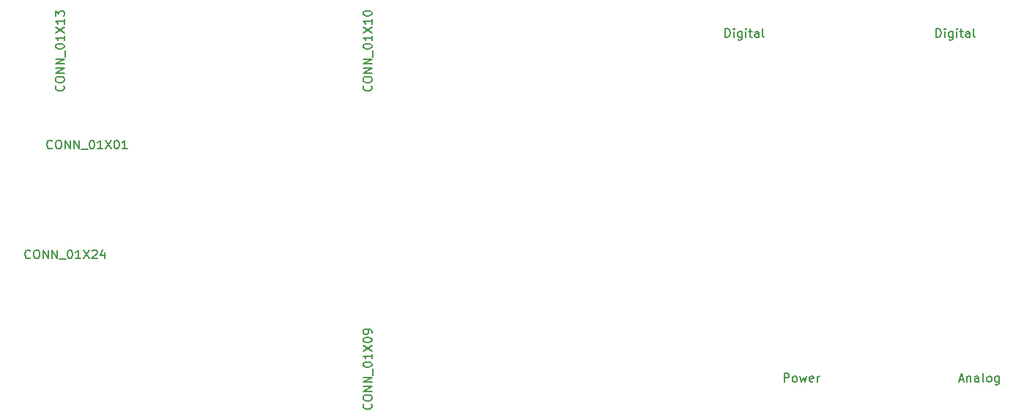
<source format=gbr>
G04 #@! TF.FileFunction,Other,Fab,Top*
%FSLAX46Y46*%
G04 Gerber Fmt 4.6, Leading zero omitted, Abs format (unit mm)*
G04 Created by KiCad (PCBNEW 4.0.4-stable) date 12/01/16 15:34:27*
%MOMM*%
%LPD*%
G01*
G04 APERTURE LIST*
%ADD10C,0.100000*%
%ADD11C,0.150000*%
G04 APERTURE END LIST*
D10*
D11*
X140771809Y-120213381D02*
X140771809Y-119213381D01*
X141152762Y-119213381D01*
X141248000Y-119261000D01*
X141295619Y-119308619D01*
X141343238Y-119403857D01*
X141343238Y-119546714D01*
X141295619Y-119641952D01*
X141248000Y-119689571D01*
X141152762Y-119737190D01*
X140771809Y-119737190D01*
X141914666Y-120213381D02*
X141819428Y-120165762D01*
X141771809Y-120118143D01*
X141724190Y-120022905D01*
X141724190Y-119737190D01*
X141771809Y-119641952D01*
X141819428Y-119594333D01*
X141914666Y-119546714D01*
X142057524Y-119546714D01*
X142152762Y-119594333D01*
X142200381Y-119641952D01*
X142248000Y-119737190D01*
X142248000Y-120022905D01*
X142200381Y-120118143D01*
X142152762Y-120165762D01*
X142057524Y-120213381D01*
X141914666Y-120213381D01*
X142581333Y-119546714D02*
X142771809Y-120213381D01*
X142962286Y-119737190D01*
X143152762Y-120213381D01*
X143343238Y-119546714D01*
X144105143Y-120165762D02*
X144009905Y-120213381D01*
X143819428Y-120213381D01*
X143724190Y-120165762D01*
X143676571Y-120070524D01*
X143676571Y-119689571D01*
X143724190Y-119594333D01*
X143819428Y-119546714D01*
X144009905Y-119546714D01*
X144105143Y-119594333D01*
X144152762Y-119689571D01*
X144152762Y-119784810D01*
X143676571Y-119880048D01*
X144581333Y-120213381D02*
X144581333Y-119546714D01*
X144581333Y-119737190D02*
X144628952Y-119641952D01*
X144676571Y-119594333D01*
X144771809Y-119546714D01*
X144867048Y-119546714D01*
X161012476Y-119927667D02*
X161488667Y-119927667D01*
X160917238Y-120213381D02*
X161250571Y-119213381D01*
X161583905Y-120213381D01*
X161917238Y-119546714D02*
X161917238Y-120213381D01*
X161917238Y-119641952D02*
X161964857Y-119594333D01*
X162060095Y-119546714D01*
X162202953Y-119546714D01*
X162298191Y-119594333D01*
X162345810Y-119689571D01*
X162345810Y-120213381D01*
X163250572Y-120213381D02*
X163250572Y-119689571D01*
X163202953Y-119594333D01*
X163107715Y-119546714D01*
X162917238Y-119546714D01*
X162822000Y-119594333D01*
X163250572Y-120165762D02*
X163155334Y-120213381D01*
X162917238Y-120213381D01*
X162822000Y-120165762D01*
X162774381Y-120070524D01*
X162774381Y-119975286D01*
X162822000Y-119880048D01*
X162917238Y-119832429D01*
X163155334Y-119832429D01*
X163250572Y-119784810D01*
X163869619Y-120213381D02*
X163774381Y-120165762D01*
X163726762Y-120070524D01*
X163726762Y-119213381D01*
X164393429Y-120213381D02*
X164298191Y-120165762D01*
X164250572Y-120118143D01*
X164202953Y-120022905D01*
X164202953Y-119737190D01*
X164250572Y-119641952D01*
X164298191Y-119594333D01*
X164393429Y-119546714D01*
X164536287Y-119546714D01*
X164631525Y-119594333D01*
X164679144Y-119641952D01*
X164726763Y-119737190D01*
X164726763Y-120022905D01*
X164679144Y-120118143D01*
X164631525Y-120165762D01*
X164536287Y-120213381D01*
X164393429Y-120213381D01*
X165583906Y-119546714D02*
X165583906Y-120356238D01*
X165536287Y-120451476D01*
X165488668Y-120499095D01*
X165393429Y-120546714D01*
X165250572Y-120546714D01*
X165155334Y-120499095D01*
X165583906Y-120165762D02*
X165488668Y-120213381D01*
X165298191Y-120213381D01*
X165202953Y-120165762D01*
X165155334Y-120118143D01*
X165107715Y-120022905D01*
X165107715Y-119737190D01*
X165155334Y-119641952D01*
X165202953Y-119594333D01*
X165298191Y-119546714D01*
X165488668Y-119546714D01*
X165583906Y-119594333D01*
X133953524Y-80335381D02*
X133953524Y-79335381D01*
X134191619Y-79335381D01*
X134334477Y-79383000D01*
X134429715Y-79478238D01*
X134477334Y-79573476D01*
X134524953Y-79763952D01*
X134524953Y-79906810D01*
X134477334Y-80097286D01*
X134429715Y-80192524D01*
X134334477Y-80287762D01*
X134191619Y-80335381D01*
X133953524Y-80335381D01*
X134953524Y-80335381D02*
X134953524Y-79668714D01*
X134953524Y-79335381D02*
X134905905Y-79383000D01*
X134953524Y-79430619D01*
X135001143Y-79383000D01*
X134953524Y-79335381D01*
X134953524Y-79430619D01*
X135858286Y-79668714D02*
X135858286Y-80478238D01*
X135810667Y-80573476D01*
X135763048Y-80621095D01*
X135667809Y-80668714D01*
X135524952Y-80668714D01*
X135429714Y-80621095D01*
X135858286Y-80287762D02*
X135763048Y-80335381D01*
X135572571Y-80335381D01*
X135477333Y-80287762D01*
X135429714Y-80240143D01*
X135382095Y-80144905D01*
X135382095Y-79859190D01*
X135429714Y-79763952D01*
X135477333Y-79716333D01*
X135572571Y-79668714D01*
X135763048Y-79668714D01*
X135858286Y-79716333D01*
X136334476Y-80335381D02*
X136334476Y-79668714D01*
X136334476Y-79335381D02*
X136286857Y-79383000D01*
X136334476Y-79430619D01*
X136382095Y-79383000D01*
X136334476Y-79335381D01*
X136334476Y-79430619D01*
X136667809Y-79668714D02*
X137048761Y-79668714D01*
X136810666Y-79335381D02*
X136810666Y-80192524D01*
X136858285Y-80287762D01*
X136953523Y-80335381D01*
X137048761Y-80335381D01*
X137810667Y-80335381D02*
X137810667Y-79811571D01*
X137763048Y-79716333D01*
X137667810Y-79668714D01*
X137477333Y-79668714D01*
X137382095Y-79716333D01*
X137810667Y-80287762D02*
X137715429Y-80335381D01*
X137477333Y-80335381D01*
X137382095Y-80287762D01*
X137334476Y-80192524D01*
X137334476Y-80097286D01*
X137382095Y-80002048D01*
X137477333Y-79954429D01*
X137715429Y-79954429D01*
X137810667Y-79906810D01*
X138429714Y-80335381D02*
X138334476Y-80287762D01*
X138286857Y-80192524D01*
X138286857Y-79335381D01*
X158337524Y-80335381D02*
X158337524Y-79335381D01*
X158575619Y-79335381D01*
X158718477Y-79383000D01*
X158813715Y-79478238D01*
X158861334Y-79573476D01*
X158908953Y-79763952D01*
X158908953Y-79906810D01*
X158861334Y-80097286D01*
X158813715Y-80192524D01*
X158718477Y-80287762D01*
X158575619Y-80335381D01*
X158337524Y-80335381D01*
X159337524Y-80335381D02*
X159337524Y-79668714D01*
X159337524Y-79335381D02*
X159289905Y-79383000D01*
X159337524Y-79430619D01*
X159385143Y-79383000D01*
X159337524Y-79335381D01*
X159337524Y-79430619D01*
X160242286Y-79668714D02*
X160242286Y-80478238D01*
X160194667Y-80573476D01*
X160147048Y-80621095D01*
X160051809Y-80668714D01*
X159908952Y-80668714D01*
X159813714Y-80621095D01*
X160242286Y-80287762D02*
X160147048Y-80335381D01*
X159956571Y-80335381D01*
X159861333Y-80287762D01*
X159813714Y-80240143D01*
X159766095Y-80144905D01*
X159766095Y-79859190D01*
X159813714Y-79763952D01*
X159861333Y-79716333D01*
X159956571Y-79668714D01*
X160147048Y-79668714D01*
X160242286Y-79716333D01*
X160718476Y-80335381D02*
X160718476Y-79668714D01*
X160718476Y-79335381D02*
X160670857Y-79383000D01*
X160718476Y-79430619D01*
X160766095Y-79383000D01*
X160718476Y-79335381D01*
X160718476Y-79430619D01*
X161051809Y-79668714D02*
X161432761Y-79668714D01*
X161194666Y-79335381D02*
X161194666Y-80192524D01*
X161242285Y-80287762D01*
X161337523Y-80335381D01*
X161432761Y-80335381D01*
X162194667Y-80335381D02*
X162194667Y-79811571D01*
X162147048Y-79716333D01*
X162051810Y-79668714D01*
X161861333Y-79668714D01*
X161766095Y-79716333D01*
X162194667Y-80287762D02*
X162099429Y-80335381D01*
X161861333Y-80335381D01*
X161766095Y-80287762D01*
X161718476Y-80192524D01*
X161718476Y-80097286D01*
X161766095Y-80002048D01*
X161861333Y-79954429D01*
X162099429Y-79954429D01*
X162194667Y-79906810D01*
X162813714Y-80335381D02*
X162718476Y-80287762D01*
X162670857Y-80192524D01*
X162670857Y-79335381D01*
X93015143Y-122768809D02*
X93062762Y-122816428D01*
X93110381Y-122959285D01*
X93110381Y-123054523D01*
X93062762Y-123197381D01*
X92967524Y-123292619D01*
X92872286Y-123340238D01*
X92681810Y-123387857D01*
X92538952Y-123387857D01*
X92348476Y-123340238D01*
X92253238Y-123292619D01*
X92158000Y-123197381D01*
X92110381Y-123054523D01*
X92110381Y-122959285D01*
X92158000Y-122816428D01*
X92205619Y-122768809D01*
X92110381Y-122149762D02*
X92110381Y-121959285D01*
X92158000Y-121864047D01*
X92253238Y-121768809D01*
X92443714Y-121721190D01*
X92777048Y-121721190D01*
X92967524Y-121768809D01*
X93062762Y-121864047D01*
X93110381Y-121959285D01*
X93110381Y-122149762D01*
X93062762Y-122245000D01*
X92967524Y-122340238D01*
X92777048Y-122387857D01*
X92443714Y-122387857D01*
X92253238Y-122340238D01*
X92158000Y-122245000D01*
X92110381Y-122149762D01*
X93110381Y-121292619D02*
X92110381Y-121292619D01*
X93110381Y-120721190D01*
X92110381Y-120721190D01*
X93110381Y-120245000D02*
X92110381Y-120245000D01*
X93110381Y-119673571D01*
X92110381Y-119673571D01*
X93205619Y-119435476D02*
X93205619Y-118673571D01*
X92110381Y-118245000D02*
X92110381Y-118149761D01*
X92158000Y-118054523D01*
X92205619Y-118006904D01*
X92300857Y-117959285D01*
X92491333Y-117911666D01*
X92729429Y-117911666D01*
X92919905Y-117959285D01*
X93015143Y-118006904D01*
X93062762Y-118054523D01*
X93110381Y-118149761D01*
X93110381Y-118245000D01*
X93062762Y-118340238D01*
X93015143Y-118387857D01*
X92919905Y-118435476D01*
X92729429Y-118483095D01*
X92491333Y-118483095D01*
X92300857Y-118435476D01*
X92205619Y-118387857D01*
X92158000Y-118340238D01*
X92110381Y-118245000D01*
X93110381Y-116959285D02*
X93110381Y-117530714D01*
X93110381Y-117245000D02*
X92110381Y-117245000D01*
X92253238Y-117340238D01*
X92348476Y-117435476D01*
X92396095Y-117530714D01*
X92110381Y-116625952D02*
X93110381Y-115959285D01*
X92110381Y-115959285D02*
X93110381Y-116625952D01*
X92110381Y-115387857D02*
X92110381Y-115292618D01*
X92158000Y-115197380D01*
X92205619Y-115149761D01*
X92300857Y-115102142D01*
X92491333Y-115054523D01*
X92729429Y-115054523D01*
X92919905Y-115102142D01*
X93015143Y-115149761D01*
X93062762Y-115197380D01*
X93110381Y-115292618D01*
X93110381Y-115387857D01*
X93062762Y-115483095D01*
X93015143Y-115530714D01*
X92919905Y-115578333D01*
X92729429Y-115625952D01*
X92491333Y-115625952D01*
X92300857Y-115578333D01*
X92205619Y-115530714D01*
X92158000Y-115483095D01*
X92110381Y-115387857D01*
X93110381Y-114578333D02*
X93110381Y-114387857D01*
X93062762Y-114292618D01*
X93015143Y-114244999D01*
X92872286Y-114149761D01*
X92681810Y-114102142D01*
X92300857Y-114102142D01*
X92205619Y-114149761D01*
X92158000Y-114197380D01*
X92110381Y-114292618D01*
X92110381Y-114483095D01*
X92158000Y-114578333D01*
X92205619Y-114625952D01*
X92300857Y-114673571D01*
X92538952Y-114673571D01*
X92634190Y-114625952D01*
X92681810Y-114578333D01*
X92729429Y-114483095D01*
X92729429Y-114292618D01*
X92681810Y-114197380D01*
X92634190Y-114149761D01*
X92538952Y-114102142D01*
X93015143Y-85938809D02*
X93062762Y-85986428D01*
X93110381Y-86129285D01*
X93110381Y-86224523D01*
X93062762Y-86367381D01*
X92967524Y-86462619D01*
X92872286Y-86510238D01*
X92681810Y-86557857D01*
X92538952Y-86557857D01*
X92348476Y-86510238D01*
X92253238Y-86462619D01*
X92158000Y-86367381D01*
X92110381Y-86224523D01*
X92110381Y-86129285D01*
X92158000Y-85986428D01*
X92205619Y-85938809D01*
X92110381Y-85319762D02*
X92110381Y-85129285D01*
X92158000Y-85034047D01*
X92253238Y-84938809D01*
X92443714Y-84891190D01*
X92777048Y-84891190D01*
X92967524Y-84938809D01*
X93062762Y-85034047D01*
X93110381Y-85129285D01*
X93110381Y-85319762D01*
X93062762Y-85415000D01*
X92967524Y-85510238D01*
X92777048Y-85557857D01*
X92443714Y-85557857D01*
X92253238Y-85510238D01*
X92158000Y-85415000D01*
X92110381Y-85319762D01*
X93110381Y-84462619D02*
X92110381Y-84462619D01*
X93110381Y-83891190D01*
X92110381Y-83891190D01*
X93110381Y-83415000D02*
X92110381Y-83415000D01*
X93110381Y-82843571D01*
X92110381Y-82843571D01*
X93205619Y-82605476D02*
X93205619Y-81843571D01*
X92110381Y-81415000D02*
X92110381Y-81319761D01*
X92158000Y-81224523D01*
X92205619Y-81176904D01*
X92300857Y-81129285D01*
X92491333Y-81081666D01*
X92729429Y-81081666D01*
X92919905Y-81129285D01*
X93015143Y-81176904D01*
X93062762Y-81224523D01*
X93110381Y-81319761D01*
X93110381Y-81415000D01*
X93062762Y-81510238D01*
X93015143Y-81557857D01*
X92919905Y-81605476D01*
X92729429Y-81653095D01*
X92491333Y-81653095D01*
X92300857Y-81605476D01*
X92205619Y-81557857D01*
X92158000Y-81510238D01*
X92110381Y-81415000D01*
X93110381Y-80129285D02*
X93110381Y-80700714D01*
X93110381Y-80415000D02*
X92110381Y-80415000D01*
X92253238Y-80510238D01*
X92348476Y-80605476D01*
X92396095Y-80700714D01*
X92110381Y-79795952D02*
X93110381Y-79129285D01*
X92110381Y-79129285D02*
X93110381Y-79795952D01*
X93110381Y-78224523D02*
X93110381Y-78795952D01*
X93110381Y-78510238D02*
X92110381Y-78510238D01*
X92253238Y-78605476D01*
X92348476Y-78700714D01*
X92396095Y-78795952D01*
X92110381Y-77605476D02*
X92110381Y-77510237D01*
X92158000Y-77414999D01*
X92205619Y-77367380D01*
X92300857Y-77319761D01*
X92491333Y-77272142D01*
X92729429Y-77272142D01*
X92919905Y-77319761D01*
X93015143Y-77367380D01*
X93062762Y-77414999D01*
X93110381Y-77510237D01*
X93110381Y-77605476D01*
X93062762Y-77700714D01*
X93015143Y-77748333D01*
X92919905Y-77795952D01*
X92729429Y-77843571D01*
X92491333Y-77843571D01*
X92300857Y-77795952D01*
X92205619Y-77748333D01*
X92158000Y-77700714D01*
X92110381Y-77605476D01*
X53634191Y-105842143D02*
X53586572Y-105889762D01*
X53443715Y-105937381D01*
X53348477Y-105937381D01*
X53205619Y-105889762D01*
X53110381Y-105794524D01*
X53062762Y-105699286D01*
X53015143Y-105508810D01*
X53015143Y-105365952D01*
X53062762Y-105175476D01*
X53110381Y-105080238D01*
X53205619Y-104985000D01*
X53348477Y-104937381D01*
X53443715Y-104937381D01*
X53586572Y-104985000D01*
X53634191Y-105032619D01*
X54253238Y-104937381D02*
X54443715Y-104937381D01*
X54538953Y-104985000D01*
X54634191Y-105080238D01*
X54681810Y-105270714D01*
X54681810Y-105604048D01*
X54634191Y-105794524D01*
X54538953Y-105889762D01*
X54443715Y-105937381D01*
X54253238Y-105937381D01*
X54158000Y-105889762D01*
X54062762Y-105794524D01*
X54015143Y-105604048D01*
X54015143Y-105270714D01*
X54062762Y-105080238D01*
X54158000Y-104985000D01*
X54253238Y-104937381D01*
X55110381Y-105937381D02*
X55110381Y-104937381D01*
X55681810Y-105937381D01*
X55681810Y-104937381D01*
X56158000Y-105937381D02*
X56158000Y-104937381D01*
X56729429Y-105937381D01*
X56729429Y-104937381D01*
X56967524Y-106032619D02*
X57729429Y-106032619D01*
X58158000Y-104937381D02*
X58253239Y-104937381D01*
X58348477Y-104985000D01*
X58396096Y-105032619D01*
X58443715Y-105127857D01*
X58491334Y-105318333D01*
X58491334Y-105556429D01*
X58443715Y-105746905D01*
X58396096Y-105842143D01*
X58348477Y-105889762D01*
X58253239Y-105937381D01*
X58158000Y-105937381D01*
X58062762Y-105889762D01*
X58015143Y-105842143D01*
X57967524Y-105746905D01*
X57919905Y-105556429D01*
X57919905Y-105318333D01*
X57967524Y-105127857D01*
X58015143Y-105032619D01*
X58062762Y-104985000D01*
X58158000Y-104937381D01*
X59443715Y-105937381D02*
X58872286Y-105937381D01*
X59158000Y-105937381D02*
X59158000Y-104937381D01*
X59062762Y-105080238D01*
X58967524Y-105175476D01*
X58872286Y-105223095D01*
X59777048Y-104937381D02*
X60443715Y-105937381D01*
X60443715Y-104937381D02*
X59777048Y-105937381D01*
X60777048Y-105032619D02*
X60824667Y-104985000D01*
X60919905Y-104937381D01*
X61158001Y-104937381D01*
X61253239Y-104985000D01*
X61300858Y-105032619D01*
X61348477Y-105127857D01*
X61348477Y-105223095D01*
X61300858Y-105365952D01*
X60729429Y-105937381D01*
X61348477Y-105937381D01*
X62205620Y-105270714D02*
X62205620Y-105937381D01*
X61967524Y-104889762D02*
X61729429Y-105604048D01*
X62348477Y-105604048D01*
X56174191Y-93142143D02*
X56126572Y-93189762D01*
X55983715Y-93237381D01*
X55888477Y-93237381D01*
X55745619Y-93189762D01*
X55650381Y-93094524D01*
X55602762Y-92999286D01*
X55555143Y-92808810D01*
X55555143Y-92665952D01*
X55602762Y-92475476D01*
X55650381Y-92380238D01*
X55745619Y-92285000D01*
X55888477Y-92237381D01*
X55983715Y-92237381D01*
X56126572Y-92285000D01*
X56174191Y-92332619D01*
X56793238Y-92237381D02*
X56983715Y-92237381D01*
X57078953Y-92285000D01*
X57174191Y-92380238D01*
X57221810Y-92570714D01*
X57221810Y-92904048D01*
X57174191Y-93094524D01*
X57078953Y-93189762D01*
X56983715Y-93237381D01*
X56793238Y-93237381D01*
X56698000Y-93189762D01*
X56602762Y-93094524D01*
X56555143Y-92904048D01*
X56555143Y-92570714D01*
X56602762Y-92380238D01*
X56698000Y-92285000D01*
X56793238Y-92237381D01*
X57650381Y-93237381D02*
X57650381Y-92237381D01*
X58221810Y-93237381D01*
X58221810Y-92237381D01*
X58698000Y-93237381D02*
X58698000Y-92237381D01*
X59269429Y-93237381D01*
X59269429Y-92237381D01*
X59507524Y-93332619D02*
X60269429Y-93332619D01*
X60698000Y-92237381D02*
X60793239Y-92237381D01*
X60888477Y-92285000D01*
X60936096Y-92332619D01*
X60983715Y-92427857D01*
X61031334Y-92618333D01*
X61031334Y-92856429D01*
X60983715Y-93046905D01*
X60936096Y-93142143D01*
X60888477Y-93189762D01*
X60793239Y-93237381D01*
X60698000Y-93237381D01*
X60602762Y-93189762D01*
X60555143Y-93142143D01*
X60507524Y-93046905D01*
X60459905Y-92856429D01*
X60459905Y-92618333D01*
X60507524Y-92427857D01*
X60555143Y-92332619D01*
X60602762Y-92285000D01*
X60698000Y-92237381D01*
X61983715Y-93237381D02*
X61412286Y-93237381D01*
X61698000Y-93237381D02*
X61698000Y-92237381D01*
X61602762Y-92380238D01*
X61507524Y-92475476D01*
X61412286Y-92523095D01*
X62317048Y-92237381D02*
X62983715Y-93237381D01*
X62983715Y-92237381D02*
X62317048Y-93237381D01*
X63555143Y-92237381D02*
X63650382Y-92237381D01*
X63745620Y-92285000D01*
X63793239Y-92332619D01*
X63840858Y-92427857D01*
X63888477Y-92618333D01*
X63888477Y-92856429D01*
X63840858Y-93046905D01*
X63793239Y-93142143D01*
X63745620Y-93189762D01*
X63650382Y-93237381D01*
X63555143Y-93237381D01*
X63459905Y-93189762D01*
X63412286Y-93142143D01*
X63364667Y-93046905D01*
X63317048Y-92856429D01*
X63317048Y-92618333D01*
X63364667Y-92427857D01*
X63412286Y-92332619D01*
X63459905Y-92285000D01*
X63555143Y-92237381D01*
X64840858Y-93237381D02*
X64269429Y-93237381D01*
X64555143Y-93237381D02*
X64555143Y-92237381D01*
X64459905Y-92380238D01*
X64364667Y-92475476D01*
X64269429Y-92523095D01*
X57455143Y-85938809D02*
X57502762Y-85986428D01*
X57550381Y-86129285D01*
X57550381Y-86224523D01*
X57502762Y-86367381D01*
X57407524Y-86462619D01*
X57312286Y-86510238D01*
X57121810Y-86557857D01*
X56978952Y-86557857D01*
X56788476Y-86510238D01*
X56693238Y-86462619D01*
X56598000Y-86367381D01*
X56550381Y-86224523D01*
X56550381Y-86129285D01*
X56598000Y-85986428D01*
X56645619Y-85938809D01*
X56550381Y-85319762D02*
X56550381Y-85129285D01*
X56598000Y-85034047D01*
X56693238Y-84938809D01*
X56883714Y-84891190D01*
X57217048Y-84891190D01*
X57407524Y-84938809D01*
X57502762Y-85034047D01*
X57550381Y-85129285D01*
X57550381Y-85319762D01*
X57502762Y-85415000D01*
X57407524Y-85510238D01*
X57217048Y-85557857D01*
X56883714Y-85557857D01*
X56693238Y-85510238D01*
X56598000Y-85415000D01*
X56550381Y-85319762D01*
X57550381Y-84462619D02*
X56550381Y-84462619D01*
X57550381Y-83891190D01*
X56550381Y-83891190D01*
X57550381Y-83415000D02*
X56550381Y-83415000D01*
X57550381Y-82843571D01*
X56550381Y-82843571D01*
X57645619Y-82605476D02*
X57645619Y-81843571D01*
X56550381Y-81415000D02*
X56550381Y-81319761D01*
X56598000Y-81224523D01*
X56645619Y-81176904D01*
X56740857Y-81129285D01*
X56931333Y-81081666D01*
X57169429Y-81081666D01*
X57359905Y-81129285D01*
X57455143Y-81176904D01*
X57502762Y-81224523D01*
X57550381Y-81319761D01*
X57550381Y-81415000D01*
X57502762Y-81510238D01*
X57455143Y-81557857D01*
X57359905Y-81605476D01*
X57169429Y-81653095D01*
X56931333Y-81653095D01*
X56740857Y-81605476D01*
X56645619Y-81557857D01*
X56598000Y-81510238D01*
X56550381Y-81415000D01*
X57550381Y-80129285D02*
X57550381Y-80700714D01*
X57550381Y-80415000D02*
X56550381Y-80415000D01*
X56693238Y-80510238D01*
X56788476Y-80605476D01*
X56836095Y-80700714D01*
X56550381Y-79795952D02*
X57550381Y-79129285D01*
X56550381Y-79129285D02*
X57550381Y-79795952D01*
X57550381Y-78224523D02*
X57550381Y-78795952D01*
X57550381Y-78510238D02*
X56550381Y-78510238D01*
X56693238Y-78605476D01*
X56788476Y-78700714D01*
X56836095Y-78795952D01*
X56550381Y-77891190D02*
X56550381Y-77272142D01*
X56931333Y-77605476D01*
X56931333Y-77462618D01*
X56978952Y-77367380D01*
X57026571Y-77319761D01*
X57121810Y-77272142D01*
X57359905Y-77272142D01*
X57455143Y-77319761D01*
X57502762Y-77367380D01*
X57550381Y-77462618D01*
X57550381Y-77748333D01*
X57502762Y-77843571D01*
X57455143Y-77891190D01*
M02*

</source>
